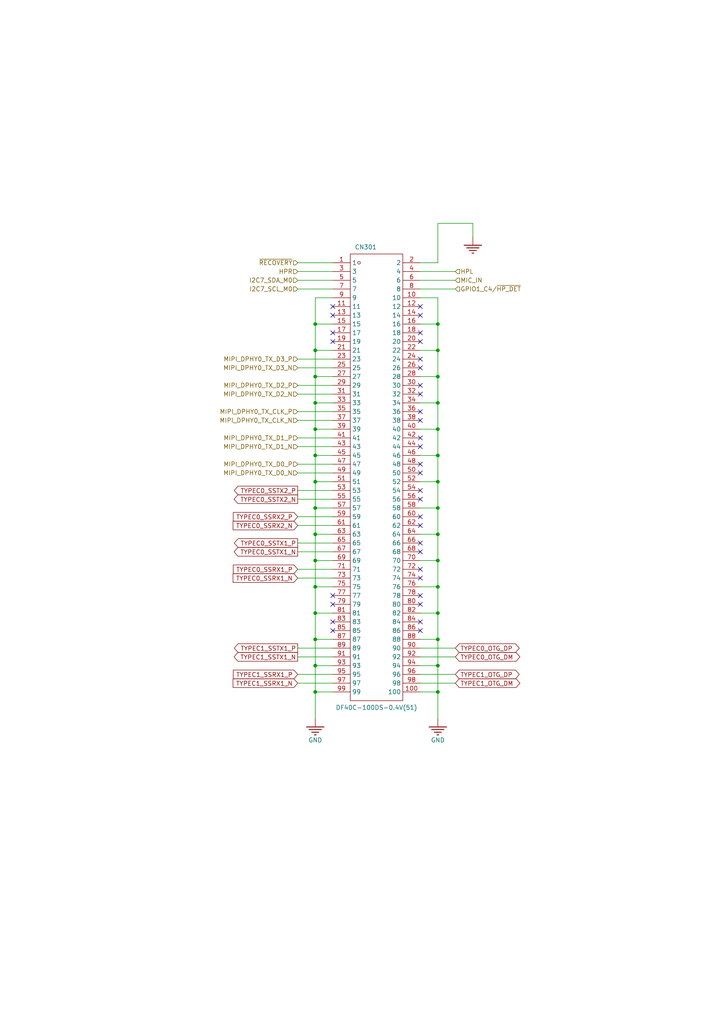
<source format=kicad_sch>
(kicad_sch (version 20250114) (generator "eeschema") (generator_version "9.0")
  (paper "A4" portrait)
  (lib_symbols
    (symbol "mainboard:DF40C-100DS-0.4V(51)"
      (symbol "DF40C-100DS-0.4V(51)_1_0"
        (rectangle (start -7.62 63.5) (end 7.62 -66.04))
        (circle (center -5.08 60.96) (radius 0.381))
        (pin input line (at -12.7 60.96 0) (length 5.08) (name "1") (number "1"))
        (pin input line (at -12.7 58.42 0) (length 5.08) (name "3") (number "3"))
        (pin input line (at -12.7 55.88 0) (length 5.08) (name "5") (number "5"))
        (pin input line (at -12.7 53.34 0) (length 5.08) (name "7") (number "7"))
        (pin input line (at -12.7 50.8 0) (length 5.08) (name "9") (number "9"))
        (pin input line (at -12.7 48.26 0) (length 5.08) (name "11") (number "11"))
        (pin input line (at -12.7 45.72 0) (length 5.08) (name "13") (number "13"))
        (pin input line (at -12.7 43.18 0) (length 5.08) (name "15") (number "15"))
        (pin input line (at -12.7 40.64 0) (length 5.08) (name "17") (number "17"))
        (pin input line (at -12.7 38.1 0) (length 5.08) (name "19") (number "19"))
        (pin input line (at -12.7 35.56 0) (length 5.08) (name "21") (number "21"))
        (pin input line (at -12.7 33.02 0) (length 5.08) (name "23") (number "23"))
        (pin input line (at -12.7 30.48 0) (length 5.08) (name "25") (number "25"))
        (pin input line (at -12.7 27.94 0) (length 5.08) (name "27") (number "27"))
        (pin input line (at -12.7 25.4 0) (length 5.08) (name "29") (number "29"))
        (pin input line (at -12.7 22.86 0) (length 5.08) (name "31") (number "31"))
        (pin input line (at -12.7 20.32 0) (length 5.08) (name "33") (number "33"))
        (pin input line (at -12.7 17.78 0) (length 5.08) (name "35") (number "35"))
        (pin input line (at -12.7 15.24 0) (length 5.08) (name "37") (number "37"))
        (pin input line (at -12.7 12.7 0) (length 5.08) (name "39") (number "39"))
        (pin input line (at -12.7 10.16 0) (length 5.08) (name "41") (number "41"))
        (pin input line (at -12.7 7.62 0) (length 5.08) (name "43") (number "43"))
        (pin input line (at -12.7 5.08 0) (length 5.08) (name "45") (number "45"))
        (pin input line (at -12.7 2.54 0) (length 5.08) (name "47") (number "47"))
        (pin input line (at -12.7 0 0) (length 5.08) (name "49") (number "49"))
        (pin input line (at -12.7 -2.54 0) (length 5.08) (name "51") (number "51"))
        (pin input line (at -12.7 -5.08 0) (length 5.08) (name "53") (number "53"))
        (pin input line (at -12.7 -7.62 0) (length 5.08) (name "55") (number "55"))
        (pin input line (at -12.7 -10.16 0) (length 5.08) (name "57") (number "57"))
        (pin input line (at -12.7 -12.7 0) (length 5.08) (name "59") (number "59"))
        (pin input line (at -12.7 -15.24 0) (length 5.08) (name "61") (number "61"))
        (pin input line (at -12.7 -17.78 0) (length 5.08) (name "63") (number "63"))
        (pin input line (at -12.7 -20.32 0) (length 5.08) (name "65") (number "65"))
        (pin input line (at -12.7 -22.86 0) (length 5.08) (name "67") (number "67"))
        (pin input line (at -12.7 -25.4 0) (length 5.08) (name "69") (number "69"))
        (pin input line (at -12.7 -27.94 0) (length 5.08) (name "71") (number "71"))
        (pin input line (at -12.7 -30.48 0) (length 5.08) (name "73") (number "73"))
        (pin input line (at -12.7 -33.02 0) (length 5.08) (name "75") (number "75"))
        (pin input line (at -12.7 -35.56 0) (length 5.08) (name "77") (number "77"))
        (pin input line (at -12.7 -38.1 0) (length 5.08) (name "79") (number "79"))
        (pin input line (at -12.7 -40.64 0) (length 5.08) (name "81") (number "81"))
        (pin input line (at -12.7 -43.18 0) (length 5.08) (name "83") (number "83"))
        (pin input line (at -12.7 -45.72 0) (length 5.08) (name "85") (number "85"))
        (pin input line (at -12.7 -48.26 0) (length 5.08) (name "87") (number "87"))
        (pin input line (at -12.7 -50.8 0) (length 5.08) (name "89") (number "89"))
        (pin input line (at -12.7 -53.34 0) (length 5.08) (name "91") (number "91"))
        (pin input line (at -12.7 -55.88 0) (length 5.08) (name "93") (number "93"))
        (pin input line (at -12.7 -58.42 0) (length 5.08) (name "95") (number "95"))
        (pin input line (at -12.7 -60.96 0) (length 5.08) (name "97") (number "97"))
        (pin input line (at -12.7 -63.5 0) (length 5.08) (name "99") (number "99"))
        (pin input line (at 12.7 60.96 180) (length 5.08) (name "2") (number "2"))
        (pin input line (at 12.7 58.42 180) (length 5.08) (name "4") (number "4"))
        (pin input line (at 12.7 55.88 180) (length 5.08) (name "6") (number "6"))
        (pin input line (at 12.7 53.34 180) (length 5.08) (name "8") (number "8"))
        (pin input line (at 12.7 50.8 180) (length 5.08) (name "10") (number "10"))
        (pin input line (at 12.7 48.26 180) (length 5.08) (name "12") (number "12"))
        (pin input line (at 12.7 45.72 180) (length 5.08) (name "14") (number "14"))
        (pin input line (at 12.7 43.18 180) (length 5.08) (name "16") (number "16"))
        (pin input line (at 12.7 40.64 180) (length 5.08) (name "18") (number "18"))
        (pin input line (at 12.7 38.1 180) (length 5.08) (name "20") (number "20"))
        (pin input line (at 12.7 35.56 180) (length 5.08) (name "22") (number "22"))
        (pin input line (at 12.7 33.02 180) (length 5.08) (name "24") (number "24"))
        (pin input line (at 12.7 30.48 180) (length 5.08) (name "26") (number "26"))
        (pin input line (at 12.7 27.94 180) (length 5.08) (name "28") (number "28"))
        (pin input line (at 12.7 25.4 180) (length 5.08) (name "30") (number "30"))
        (pin input line (at 12.7 22.86 180) (length 5.08) (name "32") (number "32"))
        (pin input line (at 12.7 20.32 180) (length 5.08) (name "34") (number "34"))
        (pin input line (at 12.7 17.78 180) (length 5.08) (name "36") (number "36"))
        (pin input line (at 12.7 15.24 180) (length 5.08) (name "38") (number "38"))
        (pin input line (at 12.7 12.7 180) (length 5.08) (name "40") (number "40"))
        (pin input line (at 12.7 10.16 180) (length 5.08) (name "42") (number "42"))
        (pin input line (at 12.7 7.62 180) (length 5.08) (name "44") (number "44"))
        (pin input line (at 12.7 5.08 180) (length 5.08) (name "46") (number "46"))
        (pin input line (at 12.7 2.54 180) (length 5.08) (name "48") (number "48"))
        (pin input line (at 12.7 0 180) (length 5.08) (name "50") (number "50"))
        (pin input line (at 12.7 -2.54 180) (length 5.08) (name "52") (number "52"))
        (pin input line (at 12.7 -5.08 180) (length 5.08) (name "54") (number "54"))
        (pin input line (at 12.7 -7.62 180) (length 5.08) (name "56") (number "56"))
        (pin input line (at 12.7 -10.16 180) (length 5.08) (name "58") (number "58"))
        (pin input line (at 12.7 -12.7 180) (length 5.08) (name "60") (number "60"))
        (pin input line (at 12.7 -15.24 180) (length 5.08) (name "62") (number "62"))
        (pin input line (at 12.7 -17.78 180) (length 5.08) (name "64") (number "64"))
        (pin input line (at 12.7 -20.32 180) (length 5.08) (name "66") (number "66"))
        (pin input line (at 12.7 -22.86 180) (length 5.08) (name "68") (number "68"))
        (pin input line (at 12.7 -25.4 180) (length 5.08) (name "70") (number "70"))
        (pin input line (at 12.7 -27.94 180) (length 5.08) (name "72") (number "72"))
        (pin input line (at 12.7 -30.48 180) (length 5.08) (name "74") (number "74"))
        (pin input line (at 12.7 -33.02 180) (length 5.08) (name "76") (number "76"))
        (pin input line (at 12.7 -35.56 180) (length 5.08) (name "78") (number "78"))
        (pin input line (at 12.7 -38.1 180) (length 5.08) (name "80") (number "80"))
        (pin input line (at 12.7 -40.64 180) (length 5.08) (name "82") (number "82"))
        (pin input line (at 12.7 -43.18 180) (length 5.08) (name "84") (number "84"))
        (pin input line (at 12.7 -45.72 180) (length 5.08) (name "86") (number "86"))
        (pin input line (at 12.7 -48.26 180) (length 5.08) (name "88") (number "88"))
        (pin input line (at 12.7 -50.8 180) (length 5.08) (name "90") (number "90"))
        (pin input line (at 12.7 -53.34 180) (length 5.08) (name "92") (number "92"))
        (pin input line (at 12.7 -55.88 180) (length 5.08) (name "94") (number "94"))
        (pin input line (at 12.7 -58.42 180) (length 5.08) (name "96") (number "96"))
        (pin input line (at 12.7 -60.96 180) (length 5.08) (name "98") (number "98"))
        (pin input line (at 12.7 -63.5 180) (length 5.08) (name "100") (number "100"))
      )
    )
    (symbol "mainboard:Ground-GND" (power) (pin_numbers (hide yes)) (pin_names (hide yes))
      (property "Value" "GND" (at 0 -6.35 0))
      (symbol "Ground-GND_1_0"
        (polyline (pts (xy -2.54 -2.54) (xy 2.54 -2.54)) (stroke (width 0.254)))
        (polyline (pts (xy -1.778 -3.302) (xy 1.778 -3.302)) (stroke (width 0.254)))
        (polyline (pts (xy -1.016 -4.064) (xy 1.016 -4.064)) (stroke (width 0.254)))
        (polyline (pts (xy -0.254 -4.826) (xy 0.254 -4.826)) (stroke (width 0.254)))
        (pin power_in line (at 0 0 270) (length 2.54) (name "") (number "1"))
      )
    )
  )
  (junction (at 127 124.46))
  (junction (at 91.44 154.94))
  (junction (at 127 139.7))
  (junction (at 127 193.04))
  (junction (at 127 109.22))
  (junction (at 91.44 101.6))
  (junction (at 91.44 193.04))
  (junction (at 91.44 139.7))
  (junction (at 91.44 93.98))
  (junction (at 127 154.94))
  (junction (at 127 101.6))
  (junction (at 91.44 200.66))
  (junction (at 91.44 170.18))
  (junction (at 127 147.32))
  (junction (at 127 116.84))
  (junction (at 127 177.8))
  (junction (at 91.44 162.56))
  (junction (at 127 185.42))
  (junction (at 91.44 116.84))
  (junction (at 127 200.66))
  (junction (at 127 93.98))
  (junction (at 127 132.08))
  (junction (at 91.44 132.08))
  (junction (at 127 170.18))
  (junction (at 91.44 109.22))
  (junction (at 127 162.56))
  (junction (at 91.44 147.32))
  (junction (at 91.44 185.42))
  (junction (at 91.44 124.46))
  (junction (at 91.44 177.8))
  (no_connect (at 121.92 91.44))
  (no_connect (at 96.52 180.34))
  (no_connect (at 121.92 180.34))
  (no_connect (at 121.92 106.68))
  (no_connect (at 121.92 88.9))
  (no_connect (at 121.92 114.3))
  (no_connect (at 121.92 134.62))
  (no_connect (at 121.92 144.78))
  (no_connect (at 121.92 172.72))
  (no_connect (at 121.92 142.24))
  (no_connect (at 96.52 182.88))
  (no_connect (at 96.52 91.44))
  (no_connect (at 121.92 137.16))
  (no_connect (at 96.52 175.26))
  (no_connect (at 96.52 99.06))
  (no_connect (at 121.92 167.64))
  (no_connect (at 121.92 121.92))
  (no_connect (at 121.92 129.54))
  (no_connect (at 121.92 157.48))
  (no_connect (at 121.92 165.1))
  (no_connect (at 121.92 152.4))
  (no_connect (at 121.92 182.88))
  (no_connect (at 121.92 127))
  (no_connect (at 121.92 111.76))
  (no_connect (at 121.92 149.86))
  (no_connect (at 121.92 104.14))
  (no_connect (at 96.52 88.9))
  (no_connect (at 121.92 175.26))
  (no_connect (at 96.52 172.72))
  (no_connect (at 121.92 99.06))
  (no_connect (at 121.92 96.52))
  (no_connect (at 121.92 119.38))
  (no_connect (at 121.92 160.02))
  (no_connect (at 96.52 96.52))
  (wire (pts (xy 91.44 177.8) (xy 91.44 170.18)))
  (wire (pts (xy 91.44 185.42) (xy 96.52 185.42)))
  (wire (pts (xy 91.44 101.6) (xy 96.52 101.6)))
  (wire (pts (xy 127 208.28) (xy 127 200.66)))
  (wire (pts (xy 121.92 198.12) (xy 132.08 198.12)))
  (wire (pts (xy 127 154.94) (xy 127 147.32)))
  (wire (pts (xy 127 124.46) (xy 127 116.84)))
  (wire (pts (xy 121.92 81.28) (xy 132.08 81.28)))
  (wire (pts (xy 121.92 76.2) (xy 127 76.2)))
  (wire (pts (xy 121.92 195.58) (xy 132.08 195.58)))
  (wire (pts (xy 96.52 152.4) (xy 86.36 152.4)))
  (wire (pts (xy 91.44 116.84) (xy 96.52 116.84)))
  (wire (pts (xy 96.52 137.16) (xy 86.36 137.16)))
  (wire (pts (xy 91.44 193.04) (xy 96.52 193.04)))
  (wire (pts (xy 127 177.8) (xy 127 170.18)))
  (wire (pts (xy 91.44 154.94) (xy 91.44 147.32)))
  (wire (pts (xy 96.52 114.3) (xy 86.36 114.3)))
  (wire (pts (xy 96.52 160.02) (xy 86.36 160.02)))
  (wire (pts (xy 96.52 144.78) (xy 86.36 144.78)))
  (wire (pts (xy 91.44 109.22) (xy 91.44 101.6)))
  (wire (pts (xy 127 109.22) (xy 127 101.6)))
  (wire (pts (xy 127 193.04) (xy 121.92 193.04)))
  (wire (pts (xy 127 185.42) (xy 121.92 185.42)))
  (wire (pts (xy 121.92 187.96) (xy 132.08 187.96)))
  (wire (pts (xy 91.44 124.46) (xy 91.44 116.84)))
  (wire (pts (xy 96.52 111.76) (xy 86.36 111.76)))
  (wire (pts (xy 127 132.08) (xy 127 124.46)))
  (wire (pts (xy 127 76.2) (xy 127 64.77)))
  (wire (pts (xy 127 185.42) (xy 127 177.8)))
  (wire (pts (xy 96.52 157.48) (xy 86.36 157.48)))
  (wire (pts (xy 96.52 142.24) (xy 86.36 142.24)))
  (wire (pts (xy 127 147.32) (xy 121.92 147.32)))
  (wire (pts (xy 91.44 86.36) (xy 96.52 86.36)))
  (wire (pts (xy 96.52 106.68) (xy 86.36 106.68)))
  (wire (pts (xy 96.52 121.92) (xy 86.36 121.92)))
  (wire (pts (xy 96.52 165.1) (xy 86.36 165.1)))
  (wire (pts (xy 91.44 124.46) (xy 96.52 124.46)))
  (wire (pts (xy 127 170.18) (xy 121.92 170.18)))
  (wire (pts (xy 127 162.56) (xy 121.92 162.56)))
  (wire (pts (xy 127 139.7) (xy 121.92 139.7)))
  (wire (pts (xy 121.92 78.74) (xy 132.08 78.74)))
  (wire (pts (xy 96.52 190.5) (xy 86.36 190.5)))
  (wire (pts (xy 96.52 76.2) (xy 86.36 76.2)))
  (wire (pts (xy 91.44 200.66) (xy 91.44 193.04)))
  (wire (pts (xy 96.52 78.74) (xy 86.36 78.74)))
  (wire (pts (xy 96.52 129.54) (xy 86.36 129.54)))
  (wire (pts (xy 96.52 119.38) (xy 86.36 119.38)))
  (wire (pts (xy 91.44 170.18) (xy 91.44 162.56)))
  (wire (pts (xy 96.52 127) (xy 86.36 127)))
  (wire (pts (xy 91.44 208.28) (xy 91.44 200.66)))
  (wire (pts (xy 96.52 198.12) (xy 86.36 198.12)))
  (wire (pts (xy 127 109.22) (xy 121.92 109.22)))
  (wire (pts (xy 91.44 200.66) (xy 96.52 200.66)))
  (wire (pts (xy 91.44 147.32) (xy 96.52 147.32)))
  (wire (pts (xy 127 147.32) (xy 127 139.7)))
  (wire (pts (xy 127 200.66) (xy 127 193.04)))
  (wire (pts (xy 96.52 149.86) (xy 86.36 149.86)))
  (wire (pts (xy 91.44 93.98) (xy 91.44 86.36)))
  (wire (pts (xy 127 170.18) (xy 127 162.56)))
  (wire (pts (xy 127 101.6) (xy 121.92 101.6)))
  (wire (pts (xy 127 177.8) (xy 121.92 177.8)))
  (wire (pts (xy 91.44 93.98) (xy 96.52 93.98)))
  (wire (pts (xy 91.44 132.08) (xy 96.52 132.08)))
  (wire (pts (xy 91.44 101.6) (xy 91.44 93.98)))
  (wire (pts (xy 91.44 170.18) (xy 96.52 170.18)))
  (wire (pts (xy 127 132.08) (xy 121.92 132.08)))
  (wire (pts (xy 121.92 190.5) (xy 132.08 190.5)))
  (wire (pts (xy 127 193.04) (xy 127 185.42)))
  (wire (pts (xy 91.44 154.94) (xy 96.52 154.94)))
  (wire (pts (xy 96.52 195.58) (xy 86.36 195.58)))
  (wire (pts (xy 127 200.66) (xy 121.92 200.66)))
  (wire (pts (xy 96.52 81.28) (xy 86.36 81.28)))
  (wire (pts (xy 121.92 83.82) (xy 132.08 83.82)))
  (wire (pts (xy 91.44 162.56) (xy 91.44 154.94)))
  (wire (pts (xy 127 86.36) (xy 121.92 86.36)))
  (wire (pts (xy 91.44 162.56) (xy 96.52 162.56)))
  (wire (pts (xy 91.44 139.7) (xy 91.44 132.08)))
  (wire (pts (xy 96.52 134.62) (xy 86.36 134.62)))
  (wire (pts (xy 137.16 64.77) (xy 127 64.77)))
  (wire (pts (xy 127 93.98) (xy 127 86.36)))
  (wire (pts (xy 91.44 185.42) (xy 91.44 177.8)))
  (wire (pts (xy 91.44 193.04) (xy 91.44 185.42)))
  (wire (pts (xy 96.52 83.82) (xy 86.36 83.82)))
  (wire (pts (xy 127 162.56) (xy 127 154.94)))
  (wire (pts (xy 127 93.98) (xy 121.92 93.98)))
  (wire (pts (xy 127 124.46) (xy 121.92 124.46)))
  (wire (pts (xy 96.52 167.64) (xy 86.36 167.64)))
  (wire (pts (xy 127 154.94) (xy 121.92 154.94)))
  (wire (pts (xy 127 139.7) (xy 127 132.08)))
  (wire (pts (xy 127 116.84) (xy 127 109.22)))
  (wire (pts (xy 91.44 132.08) (xy 91.44 124.46)))
  (wire (pts (xy 137.16 64.77) (xy 137.16 68.58)))
  (wire (pts (xy 91.44 147.32) (xy 91.44 139.7)))
  (wire (pts (xy 91.44 177.8) (xy 96.52 177.8)))
  (wire (pts (xy 91.44 109.22) (xy 96.52 109.22)))
  (wire (pts (xy 96.52 104.14) (xy 86.36 104.14)))
  (wire (pts (xy 91.44 139.7) (xy 96.52 139.7)))
  (wire (pts (xy 91.44 116.84) (xy 91.44 109.22)))
  (wire (pts (xy 127 116.84) (xy 121.92 116.84)))
  (wire (pts (xy 96.52 187.96) (xy 86.36 187.96)))
  (wire (pts (xy 127 101.6) (xy 127 93.98)))
  (global_label "TYPEC0_OTG_DP" (shape bidirectional) (at 132.08 187.96 0) (property "Intersheetrefs" "${INTERSHEET_REFS}" (effects (hide yes))))
  (global_label "TYPEC1_SSRX1_N" (shape input) (at 86.36 198.12 180) (property "Intersheetrefs" "${INTERSHEET_REFS}" (effects (hide yes))))
  (global_label "TYPEC0_SSRX1_P" (shape input) (at 86.36 165.1 180) (property "Intersheetrefs" "${INTERSHEET_REFS}" (effects (hide yes))))
  (global_label "TYPEC1_OTG_DM" (shape bidirectional) (at 132.08 198.12 0) (property "Intersheetrefs" "${INTERSHEET_REFS}" (effects (hide yes))))
  (global_label "TYPEC0_SSTX2_N" (shape output) (at 86.36 144.78 180) (property "Intersheetrefs" "${INTERSHEET_REFS}" (effects (hide yes))))
  (global_label "TYPEC1_OTG_DP" (shape bidirectional) (at 132.08 195.58 0) (property "Intersheetrefs" "${INTERSHEET_REFS}" (effects (hide yes))))
  (global_label "TYPEC0_SSRX2_N" (shape input) (at 86.36 152.4 180) (property "Intersheetrefs" "${INTERSHEET_REFS}" (effects (hide yes))))
  (global_label "TYPEC0_OTG_DM" (shape bidirectional) (at 132.08 190.5 0) (property "Intersheetrefs" "${INTERSHEET_REFS}" (effects (hide yes))))
  (global_label "TYPEC0_SSTX1_N" (shape output) (at 86.36 160.02 180) (property "Intersheetrefs" "${INTERSHEET_REFS}" (effects (hide yes))))
  (global_label "TYPEC0_SSRX2_P" (shape input) (at 86.36 149.86 180) (property "Intersheetrefs" "${INTERSHEET_REFS}" (effects (hide yes))))
  (global_label "TYPEC0_SSRX1_N" (shape input) (at 86.36 167.64 180) (property "Intersheetrefs" "${INTERSHEET_REFS}" (effects (hide yes))))
  (global_label "TYPEC0_SSTX2_P" (shape output) (at 86.36 142.24 180) (property "Intersheetrefs" "${INTERSHEET_REFS}" (effects (hide yes))))
  (global_label "TYPEC1_SSTX1_N" (shape output) (at 86.36 190.5 180) (property "Intersheetrefs" "${INTERSHEET_REFS}" (effects (hide yes))))
  (global_label "TYPEC0_SSTX1_P" (shape output) (at 86.36 157.48 180) (property "Intersheetrefs" "${INTERSHEET_REFS}" (effects (hide yes))))
  (global_label "TYPEC1_SSTX1_P" (shape output) (at 86.36 187.96 180) (property "Intersheetrefs" "${INTERSHEET_REFS}" (effects (hide yes))))
  (global_label "TYPEC1_SSRX1_P" (shape input) (at 86.36 195.58 180) (property "Intersheetrefs" "${INTERSHEET_REFS}" (effects (hide yes))))
  (hierarchical_label "HPR" (shape input) (at 86.36 78.74 180))
  (hierarchical_label "MIPI_DPHY0_TX_D3_N" (shape input) (at 86.36 106.68 180))
  (hierarchical_label "MIPI_DPHY0_TX_D1_P" (shape input) (at 86.36 127 180))
  (hierarchical_label "MIPI_DPHY0_TX_D0_N" (shape input) (at 86.36 137.16 180))
  (hierarchical_label "I2C7_SCL_M0" (shape input) (at 86.36 83.82 180))
  (hierarchical_label "HPL" (shape input) (at 132.08 78.74 0))
  (hierarchical_label "MIPI_DPHY0_TX_D2_P" (shape input) (at 86.36 111.76 180))
  (hierarchical_label "MIPI_DPHY0_TX_D2_N" (shape input) (at 86.36 114.3 180))
  (hierarchical_label "MIPI_DPHY0_TX_CLK_N" (shape input) (at 86.36 121.92 180))
  (hierarchical_label "MIPI_DPHY0_TX_D3_P" (shape input) (at 86.36 104.14 180))
  (hierarchical_label "MIC_IN" (shape input) (at 132.08 81.28 0))
  (hierarchical_label "I2C7_SDA_M0" (shape input) (at 86.36 81.28 180))
  (hierarchical_label "~{RECOVERY}" (shape input) (at 86.36 76.2 180))
  (hierarchical_label "GPIO1_C4{slash}~{HP_DET}" (shape input) (at 132.08 83.82 0))
  (hierarchical_label "MIPI_DPHY0_TX_D1_N" (shape input) (at 86.36 129.54 180))
  (hierarchical_label "MIPI_DPHY0_TX_CLK_P" (shape input) (at 86.36 119.38 180))
  (hierarchical_label "MIPI_DPHY0_TX_D0_P" (shape input) (at 86.36 134.62 180))
  (symbol (lib_id "mainboard:Ground-GND") (at 91.44 208.28 0) (unit 1)
    (property "Reference" "#PWR0302" (effects (hide yes)))
    (property "Value" "GND" (at 91.44 214.63 0))
    (property "Footprint" "mainboard:" (effects (hide yes)))
  )
  (symbol (lib_id "mainboard:Ground-GND") (at 127 208.28 0) (unit 1)
    (property "Reference" "#PWR0303" (effects (hide yes)))
    (property "Value" "GND" (at 127 214.63 0))
    (property "Footprint" "mainboard:" (effects (hide yes)))
  )
  (symbol (lib_id "mainboard:DF40C-100DS-0.4V(51)") (at 109.22 137.16 0) (unit 1)
    (property "Reference" "CN301" (at 102.87 72.39 0) (effects (justify left bottom)))
    (property "Value" "DF40C-100DS-0.4V(51)" (at 109.22 204.47 0) (effects (justify top)))
    (property "Footprint" "mainboard:CONN-SMD_DF40C-100DS-0.4V-51" (effects (hide yes)))
    (property "Datasheet" "https://atta.szlcsc.com/upload/public/pdf/source/20200611/C597932_F50447A8BD413549CB06DCD4A9C7496A.pdf" (effects (hide yes)))
    (property "Description" "Number of Pins:- Pitch:0.4mm Gender:Female Mounting Style:Brick nogging Number of Rows:2 Current Rating (Max):300mA Contact Plating:Gold Operating Temperature Range:-35°C~+85°C Operating Temperature Range:-35°C~+85°C" (effects (hide yes)))
    (property "Manufacturer Part" "DF40C-100DS-0.4V(51)" (effects (hide yes)))
    (property "Manufacturer" "HRS(广濑)" (effects (hide yes)))
    (property "Supplier Part" "C597931" (effects (hide yes)))
    (property "Supplier" "LCSC" (effects (hide yes)))
    (property "LCSC Part Name" "间距:0.4mm 母 立贴" (effects (hide yes)))
  )
  (symbol (lib_id "mainboard:Ground-GND") (at 137.16 68.58 0) (unit 1)
    (property "Reference" "#PWR0301" (effects (hide yes)))
    (property "Value" "GND_AUDIO" (effects (hide yes)))
    (property "Footprint" "mainboard:" (effects (hide yes)))
  )
)
</source>
